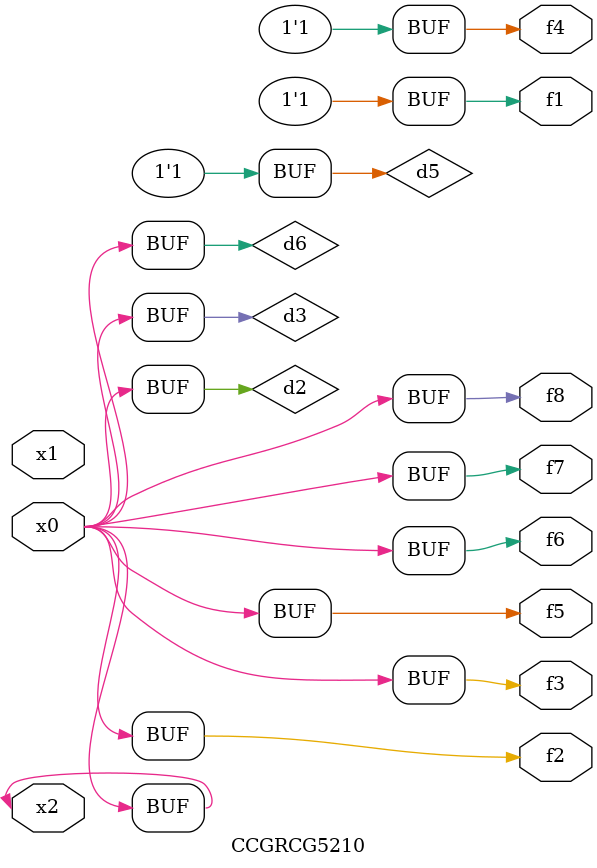
<source format=v>
module CCGRCG5210(
	input x0, x1, x2,
	output f1, f2, f3, f4, f5, f6, f7, f8
);

	wire d1, d2, d3, d4, d5, d6;

	xnor (d1, x2);
	buf (d2, x0, x2);
	and (d3, x0);
	xnor (d4, x1, x2);
	nand (d5, d1, d3);
	buf (d6, d2, d3);
	assign f1 = d5;
	assign f2 = d6;
	assign f3 = d6;
	assign f4 = d5;
	assign f5 = d6;
	assign f6 = d6;
	assign f7 = d6;
	assign f8 = d6;
endmodule

</source>
